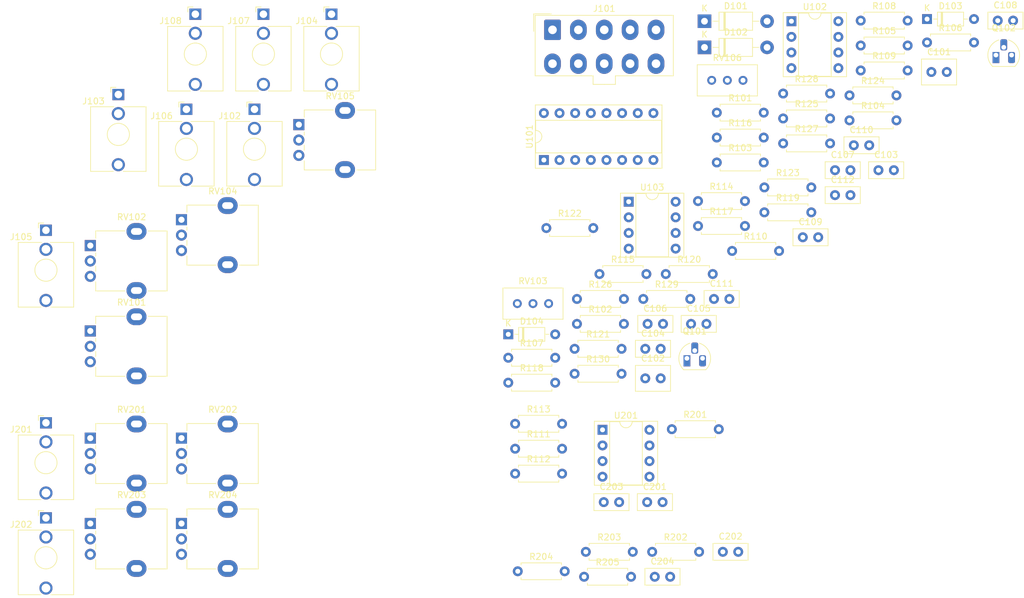
<source format=kicad_pcb>
(kicad_pcb (version 20211014) (generator pcbnew)
  (layers (0 "F.Cu" signal) (31 "B.Cu" signal) (34 "B.Paste" user) (35 "F.Paste" user) (36 "B.SilkS" user "B.Silkscreen") (37 "F.SilkS" user "F.Silkscreen") (38 "B.Mask" user) (39 "F.Mask" user) (44 "Edge.Cuts" user))
  (net 0 "")
  (net 1 "+12V")
  (net 2 "GND")
  (net 3 "-12V")
  (net 4 "Net-(C103-Pad1)")
  (net 5 "Net-(C103-Pad2)")
  (net 6 "Net-(C106-Pad1)")
  (net 7 "Net-(C106-Pad2)")
  (net 8 "Net-(C111-Pad1)")
  (net 9 "Net-(C111-Pad2)")
  (net 10 "Net-(C112-Pad1)")
  (net 11 "Net-(C112-Pad2)")
  (net 12 "Net-(C201-Pad1)")
  (net 13 "/Stereo Controls/PAN_1")
  (net 14 "Net-(C204-Pad1)")
  (net 15 "/Stereo Controls/PAN_2")
  (net 16 "Chassis")
  (net 17 "Net-(J102-PadT)")
  (net 19 "Net-(J103-PadT)")
  (net 21 "Net-(J104-PadT)")
  (net 23 "Net-(J105-PadT)")
  (net 25 "Net-(J106-PadT)")
  (net 27 "Net-(J107-PadT)")
  (net 29 "Net-(J108-PadT)")
  (net 31 "Net-(J201-PadT)")
  (net 33 "Net-(J202-PadT)")
  (net 35 "Net-(Q101-Pad1)")
  (net 36 "Net-(Q101-Pad3)")
  (net 37 "Net-(Q102-Pad1)")
  (net 38 "Net-(Q102-Pad3)")
  (net 39 "Net-(R101-Pad2)")
  (net 40 "Net-(R103-Pad1)")
  (net 41 "Net-(R103-Pad2)")
  (net 42 "/Stereo Controls/CV_COMMON_OFFSET")
  (net 43 "Net-(R104-Pad2)")
  (net 44 "Net-(R105-Pad1)")
  (net 45 "/Stereo Controls/CV_COMMON")
  (net 46 "Net-(R110-Pad2)")
  (net 47 "Net-(R112-Pad1)")
  (net 48 "Net-(R116-Pad2)")
  (net 49 "Net-(R118-Pad1)")
  (net 50 "Net-(R118-Pad2)")
  (net 51 "Net-(R119-Pad2)")
  (net 52 "Net-(R120-Pad1)")
  (net 53 "Net-(R125-Pad2)")
  (net 54 "Net-(R127-Pad1)")
  (net 55 "Net-(R201-Pad1)")
  (net 56 "Net-(R202-Pad1)")
  (net 57 "Net-(RV103-Pad3)")
  (net 58 "Net-(RV106-Pad3)")
  (footprint "0_Capacitor_THT:C_Disc_D5.5mm_W2.5mm_P2.50mm" (layer "F.Cu") (at 155.6 138.25)
    (fp_text reference "C204" (at 1.25 -2.5) (layer "F.SilkS"))
    (fp_text value "1n")
    (pad "1" thru_hole circle (at 0 0) (size 1.6 1.6) (drill 0.8) (layers *.Cu *.Mask) (net 14 "Net-(C204-Pad1)"))
    (pad "2" thru_hole circle (at 2.5 0) (size 1.6 1.6) (drill 0.8) (layers *.Cu *.Mask) (net 15 "/Stereo Controls/PAN_2"))
  )
  (footprint "Connector_Audio:Jack_3.5mm_QingPu_WQP-PJ398SM_Vertical_CircularHoles" (layer "F.Cu") (at 79.575 62.31)
    (fp_text reference "J106" (at -4.03 1.08 180) (layer "F.SilkS"))
    (fp_text value "AudioJack2_SwitchT")
    (pad "S" thru_hole rect (at 0 0 180) (size 1.93 1.83) (drill 1.22) (layers *.Cu *.Mask) (net 16 "Chassis"))
    (pad "T" thru_hole circle (at 0 11.4 180) (size 2.13 2.13) (drill 1.43) (layers *.Cu *.Mask) (net 25 "Net-(J106-PadT)"))
    (pad "TN" thru_hole circle (at 0 3.1 180) (size 2.13 2.13) (drill 1.42) (layers *.Cu *.Mask))
  )
  (footprint "Connector_Audio:Jack_3.5mm_QingPu_WQP-PJ398SM_Vertical_CircularHoles" (layer "F.Cu") (at 81.025 46.86)
    (fp_text reference "J108" (at -4.03 1.08 180) (layer "F.SilkS"))
    (fp_text value "AudioJack2_SwitchT")
    (pad "S" thru_hole rect (at 0 0 180) (size 1.93 1.83) (drill 1.22) (layers *.Cu *.Mask) (net 16 "Chassis"))
    (pad "T" thru_hole circle (at 0 11.4 180) (size 2.13 2.13) (drill 1.43) (layers *.Cu *.Mask) (net 29 "Net-(J108-PadT)"))
    (pad "TN" thru_hole circle (at 0 3.1 180) (size 2.13 2.13) (drill 1.42) (layers *.Cu *.Mask))
  )
  (footprint "0_Potentiometer_THT:Potentiometer_Alpha_RD901F-40-00D_Single_Vertical_MP" (layer "F.Cu") (at 78.775 129.6)
    (fp_text reference "RV204" (at 6.71 -4.64 180) (layer "F.SilkS"))
    (fp_text value "10k")
    (pad "1" thru_hole rect (at 0 0 90) (size 1.8 1.8) (drill 1) (layers *.Cu *.Mask) (net 3 "-12V"))
    (pad "2" thru_hole circle (at 0 2.5 90) (size 1.8 1.8) (drill 1) (layers *.Cu *.Mask) (net 42 "/Stereo Controls/CV_COMMON_OFFSET"))
    (pad "3" thru_hole circle (at 0 5 90) (size 1.8 1.8) (drill 1) (layers *.Cu *.Mask) (net 1 "+12V"))
    (pad "MP" thru_hole oval (at 7.5 7.3 90) (size 2.72 3.24) (drill oval 1.1 1.8) (layers *.Cu *.Mask) (net 16 "Chassis"))
    (pad "MP" thru_hole oval (at 7.5 -2.3 90) (size 2.72 3.24) (drill oval 1.1 1.8) (layers *.Cu *.Mask) (net 16 "Chassis"))
  )
  (footprint "Package_DIP:DIP-8_W7.62mm_Socket" (layer "F.Cu") (at 177.78 48)
    (fp_text reference "U102" (at 3.81 -2.33) (layer "F.SilkS"))
    (fp_text value "TL072")
    (pad "1" thru_hole rect (at 0 0) (size 1.6 1.6) (drill 0.8) (layers *.Cu *.Mask) (net 5 "Net-(C103-Pad2)"))
    (pad "2" thru_hole oval (at 0 2.54) (size 1.6 1.6) (drill 0.8) (layers *.Cu *.Mask) (net 4 "Net-(C103-Pad1)"))
    (pad "3" thru_hole oval (at 0 5.08) (size 1.6 1.6) (drill 0.8) (layers *.Cu *.Mask) (net 2 "GND"))
    (pad "4" thru_hole oval (at 0 7.62) (size 1.6 1.6) (drill 0.8) (layers *.Cu *.Mask) (net 3 "-12V"))
    (pad "5" thru_hole oval (at 7.62 7.62) (size 1.6 1.6) (drill 0.8) (layers *.Cu *.Mask) (net 2 "GND"))
    (pad "6" thru_hole oval (at 7.62 5.08) (size 1.6 1.6) (drill 0.8) (layers *.Cu *.Mask) (net 8 "Net-(C111-Pad1)"))
    (pad "7" thru_hole oval (at 7.62 2.54) (size 1.6 1.6) (drill 0.8) (layers *.Cu *.Mask) (net 9 "Net-(C111-Pad2)"))
    (pad "8" thru_hole oval (at 7.62 0) (size 1.6 1.6) (drill 0.8) (layers *.Cu *.Mask) (net 1 "+12V"))
  )
  (footprint "0_Potentiometer_THT:Potentiometer_Alpha_RD901F-40-00D_Single_Vertical_MP" (layer "F.Cu") (at 63.975 115.73)
    (fp_text reference "RV201" (at 6.71 -4.64 180) (layer "F.SilkS"))
    (fp_text value "10k")
    (pad "1" thru_hole rect (at 0 0 90) (size 1.8 1.8) (drill 1) (layers *.Cu *.Mask) (net 2 "GND"))
    (pad "2" thru_hole circle (at 0 2.5 90) (size 1.8 1.8) (drill 1) (layers *.Cu *.Mask) (net 55 "Net-(R201-Pad1)"))
    (pad "3" thru_hole circle (at 0 5 90) (size 1.8 1.8) (drill 1) (layers *.Cu *.Mask) (net 31 "Net-(J201-PadT)"))
    (pad "MP" thru_hole oval (at 7.5 -2.3 90) (size 2.72 3.24) (drill oval 1.1 1.8) (layers *.Cu *.Mask) (net 16 "Chassis"))
    (pad "MP" thru_hole oval (at 7.5 7.3 90) (size 2.72 3.24) (drill oval 1.1 1.8) (layers *.Cu *.Mask) (net 16 "Chassis"))
  )
  (footprint "Resistor_THT:R_Axial_DIN0207_L6.3mm_D2.5mm_P7.62mm_Horizontal" (layer "F.Cu") (at 173.39 75)
    (fp_text reference "R123" (at 3.81 -2.37) (layer "F.SilkS"))
    (fp_text value "100k")
    (pad "1" thru_hole circle (at 0 0) (size 1.6 1.6) (drill 0.8) (layers *.Cu *.Mask) (net 50 "Net-(R118-Pad2)"))
    (pad "2" thru_hole oval (at 7.62 0) (size 1.6 1.6) (drill 0.8) (layers *.Cu *.Mask) (net 8 "Net-(C111-Pad1)"))
  )
  (footprint "Connector_Audio:Jack_3.5mm_QingPu_WQP-PJ398SM_Vertical_CircularHoles" (layer "F.Cu") (at 56.775 128.69)
    (fp_text reference "J202" (at -4.03 1.08 180) (layer "F.SilkS"))
    (fp_text value "AudioJack2_SwitchT")
    (pad "S" thru_hole rect (at 0 0 180) (size 1.93 1.83) (drill 1.22) (layers *.Cu *.Mask) (net 16 "Chassis"))
    (pad "T" thru_hole circle (at 0 11.4 180) (size 2.13 2.13) (drill 1.43) (layers *.Cu *.Mask) (net 33 "Net-(J202-PadT)"))
    (pad "TN" thru_hole circle (at 0 3.1 180) (size 2.13 2.13) (drill 1.42) (layers *.Cu *.Mask))
  )
  (footprint "Package_TO_SOT_THT:TO-92_HandSolder" (layer "F.Cu") (at 210.98 53.5)
    (fp_text reference "Q102" (at 1.27 -4.4) (layer "F.SilkS"))
    (fp_text value "2N3906")
    (pad "1" thru_hole rect (at 0 0) (size 1.1 1.8) (drill 0.75 (offset 0 0.4)) (layers *.Cu *.Mask) (net 37 "Net-(Q102-Pad1)"))
    (pad "2" thru_hole roundrect (at 1.27 -1.27) (size 1.1 1.8) (drill 0.75 (offset 0 -0.4)) (layers *.Cu *.Mask) (net 9 "Net-(C111-Pad2)"))
    (pad "3" thru_hole roundrect (at 2.54 0) (size 1.1 1.8) (drill 0.75 (offset 0 0.4)) (layers *.Cu *.Mask) (net 38 "Net-(Q102-Pad3)"))
  )
  (footprint "Resistor_THT:R_Axial_DIN0207_L6.3mm_D2.5mm_P7.62mm_Horizontal" (layer "F.Cu") (at 173.39 79.05)
    (fp_text reference "R119" (at 3.81 -2.37) (layer "F.SilkS"))
    (fp_text value "15k")
    (pad "1" thru_hole circle (at 0 0) (size 1.6 1.6) (drill 0.8) (layers *.Cu *.Mask) (net 42 "/Stereo Controls/CV_COMMON_OFFSET"))
    (pad "2" thru_hole oval (at 7.62 0) (size 1.6 1.6) (drill 0.8) (layers *.Cu *.Mask) (net 51 "Net-(R119-Pad2)"))
  )
  (footprint "0_Capacitor_THT:C_Disc_D5.5mm_W2.5mm_P2.50mm" (layer "F.Cu") (at 179.63 83.1)
    (fp_text reference "C109" (at 1.25 -2.5) (layer "F.SilkS"))
    (fp_text value "0.1u")
    (pad "1" thru_hole circle (at 0 0) (size 1.6 1.6) (drill 0.8) (layers *.Cu *.Mask) (net 2 "GND"))
    (pad "2" thru_hole circle (at 2.5 0) (size 1.6 1.6) (drill 0.8) (layers *.Cu *.Mask) (net 1 "+12V"))
  )
  (footprint "Resistor_THT:R_Axial_DIN0207_L6.3mm_D2.5mm_P7.62mm_Horizontal" (layer "F.Cu") (at 144.41 134.2)
    (fp_text reference "R203" (at 3.81 -2.37) (layer "F.SilkS"))
    (fp_text value "56k")
    (pad "1" thru_hole circle (at 0 0) (size 1.6 1.6) (drill 0.8) (layers *.Cu *.Mask) (net 12 "Net-(C201-Pad1)"))
    (pad "2" thru_hole oval (at 7.62 0) (size 1.6 1.6) (drill 0.8) (layers *.Cu *.Mask) (net 13 "/Stereo Controls/PAN_1"))
  )
  (footprint "0_Capacitor_THT:C_Disc_D5.5mm_W2.5mm_P2.50mm" (layer "F.Cu") (at 165.21 93.12)
    (fp_text reference "C111" (at 1.25 -2.5) (layer "F.SilkS"))
    (fp_text value "1n")
    (pad "1" thru_hole circle (at 0 0) (size 1.6 1.6) (drill 0.8) (layers *.Cu *.Mask) (net 8 "Net-(C111-Pad1)"))
    (pad "2" thru_hole circle (at 2.5 0) (size 1.6 1.6) (drill 0.8) (layers *.Cu *.Mask) (net 9 "Net-(C111-Pad2)"))
  )
  (footprint "Resistor_THT:R_Axial_DIN0207_L6.3mm_D2.5mm_P7.62mm_Horizontal" (layer "F.Cu") (at 176.44 67.85)
    (fp_text reference "R127" (at 3.81 -2.37) (layer "F.SilkS"))
    (fp_text value "15k")
    (pad "1" thru_hole circle (at 0 0) (size 1.6 1.6) (drill 0.8) (layers *.Cu *.Mask) (net 54 "Net-(R127-Pad1)"))
    (pad "2" thru_hole oval (at 7.62 0) (size 1.6 1.6) (drill 0.8) (layers *.Cu *.Mask) (net 38 "Net-(Q102-Pad3)"))
  )
  (footprint "Connector_Audio:Jack_3.5mm_QingPu_WQP-PJ398SM_Vertical_CircularHoles" (layer "F.Cu") (at 92.075 46.86)
    (fp_text reference "J107" (at -4.03 1.08 180) (layer "F.SilkS"))
    (fp_text value "AudioJack2_SwitchT")
    (pad "S" thru_hole rect (at 0 0 180) (size 1.93 1.83) (drill 1.22) (layers *.Cu *.Mask) (net 16 "Chassis"))
    (pad "T" thru_hole circle (at 0 11.4 180) (size 2.13 2.13) (drill 1.43) (layers *.Cu *.Mask) (net 27 "Net-(J107-PadT)"))
    (pad "TN" thru_hole circle (at 0 3.1 180) (size 2.13 2.13) (drill 1.42) (layers *.Cu *.Mask))
  )
  (footprint "Connector_Audio:Jack_3.5mm_QingPu_WQP-PJ398SM_Vertical_CircularHoles" (layer "F.Cu") (at 56.775 113.24)
    (fp_text reference "J201" (at -4.03 1.08 180) (layer "F.SilkS"))
    (fp_text value "AudioJack2_SwitchT")
    (pad "S" thru_hole rect (at 0 0 180) (size 1.93 1.83) (drill 1.22) (layers *.Cu *.Mask) (net 16 "Chassis"))
    (pad "T" thru_hole circle (at 0 11.4 180) (size 2.13 2.13) (drill 1.43) (layers *.Cu *.Mask) (net 31 "Net-(J201-PadT)"))
    (pad "TN" thru_hole circle (at 0 3.1 180) (size 2.13 2.13) (drill 1.42) (layers *.Cu *.Mask))
  )
  (footprint "0_Potentiometer_THT:Potentiometer_Alpha_RD901F-40-00D_Single_Vertical_MP" (layer "F.Cu") (at 63.975 98.32)
    (fp_text reference "RV101" (at 6.71 -4.64 180) (layer "F.SilkS"))
    (fp_text value "10k")
    (pad "1" thru_hole rect (at 0 0 90) (size 1.8 1.8) (drill 1) (layers *.Cu *.Mask) (net 2 "GND"))
    (pad "2" thru_hole circle (at 0 2.5 90) (size 1.8 1.8) (drill 1) (layers *.Cu *.Mask) (net 44 "Net-(R105-Pad1)"))
    (pad "3" thru_hole circle (at 0 5 90) (size 1.8 1.8) (drill 1) (layers *.Cu *.Mask) (net 17 "Net-(J102-PadT)"))
    (pad "MP" thru_hole oval (at 7.5 -2.3 90) (size 2.72 3.24) (drill oval 1.1 1.8) (layers *.Cu *.Mask) (net 16 "Chassis"))
    (pad "MP" thru_hole oval (at 7.5 7.3 90) (size 2.72 3.24) (drill oval 1.1 1.8) (layers *.Cu *.Mask) (net 16 "Chassis"))
  )
  (footprint "Connector_Molex:Molex_Mini-Fit_Jr_5566-10A_2x05_P4.20mm_Vertical" (layer "F.Cu") (at 139 49.4)
    (fp_text reference "J101" (at 8.4 -3.45) (layer "F.SilkS"))
    (fp_text value "Conn_02x05_Odd_Even")
    (pad "1" thru_hole roundrect (at 0 0) (size 2.7 3.3) (drill 1.4) (layers *.Cu *.Mask) (roundrect_rratio 0.092593) (net 1 "+12V"))
    (pad "2" thru_hole oval (at 4.2 0) (size 2.7 3.3) (drill 1.4) (layers *.Cu *.Mask) (net 1 "+12V"))
    (pad "3" thru_hole oval (at 8.4 0) (size 2.7 3.3) (drill 1.4) (layers *.Cu *.Mask) (net 2 "GND"))
    (pad "4" thru_hole oval (at 12.6 0) (size 2.7 3.3) (drill 1.4) (layers *.Cu *.Mask) (net 2 "GND"))
    (pad "5" thru_hole oval (at 16.8 0) (size 2.7 3.3) (drill 1.4) (layers *.Cu *.Mask) (net 16 "Chassis"))
    (pad "6" thru_hole oval (at 0 5.5) (size 2.7 3.3) (drill 1.4) (layers *.Cu *.Mask) (net 16 "Chassis"))
    (pad "7" thru_hole oval (at 4.2 5.5) (size 2.7 3.3) (drill 1.4) (layers *.Cu *.Mask) (net 2 "GND"))
    (pad "8" thru_hole oval (at 8.4 5.5) (size 2.7 3.3) (drill 1.4) (layers *.Cu *.Mask) (net 2 "GND"))
    (pad "9" thru_hole oval (at 12.6 5.5) (size 2.7 3.3) (drill 1.4) (layers *.Cu *.Mask) (net 3 "-12V"))
    (pad "10" thru_hole oval (at 16.8 5.5) (size 2.7 3.3) (drill 1.4) (layers *.Cu *.Mask) (net 3 "-12V"))
  )
  (footprint "Connector_Audio:Jack_3.5mm_QingPu_WQP-PJ398SM_Vertical_CircularHoles" (layer "F.Cu") (at 90.625 62.31)
    (fp_text reference "J102" (at -4.03 1.08 180) (layer "F.SilkS"))
    (fp_text value "AudioJack2_SwitchT")
    (pad "S" thru_hole rect (at 0 0 180) (size 1.93 1.83) (drill 1.22) (layers *.Cu *.Mask) (net 16 "Chassis"))
    (pad "T" thru_hole circle (at 0 11.4 180) (size 2.13 2.13) (drill 1.43) (layers *.Cu *.Mask) (net 17 "Net-(J102-PadT)"))
    (pad "TN" thru_hole circle (at 0 3.1 180) (size 2.13 2.13) (drill 1.42) (layers *.Cu *.Mask))
  )
  (footprint "Resistor_THT:R_Axial_DIN0207_L6.3mm_D2.5mm_P7.62mm_Horizontal" (layer "F.Cu") (at 142.97 93.12)
    (fp_text reference "R126" (at 3.81 -2.37) (layer "F.SilkS"))
    (fp_text value "7.5k")
    (pad "1" thru_hole circle (at 0 0) (size 1.6 1.6) (drill 0.8) (layers *.Cu *.Mask) (net 8 "Net-(C111-Pad1)"))
    (pad "2" thru_hole oval (at 7.62 0) (size 1.6 1.6) (drill 0.8) (layers *.Cu *.Mask) (net 37 "Net-(Q102-Pad1)"))
  )
  (footprint "Resistor_THT:R_Axial_DIN0207_L6.3mm_D2.5mm_P7.62mm_Horizontal" (layer "F.Cu") (at 199.8 51.45)
    (fp_text reference "R106" (at 3.81 -2.37) (layer "F.SilkS"))
    (fp_text value "100k")
    (pad "1" thru_hole circle (at 0 0) (size 1.6 1.6) (drill 0.8) (layers *.Cu *.Mask) (net 13 "/Stereo Controls/PAN_1"))
    (pad "2" thru_hole oval (at 7.62 0) (size 1.6 1.6) (drill 0.8) (layers *.Cu *.Mask) (net 4 "Net-(C103-Pad1)"))
  )
  (footprint "Resistor_THT:R_Axial_DIN0207_L6.3mm_D2.5mm_P7.62mm_Horizontal" (layer "F.Cu") (at 132.94 113.4)
    (fp_text reference "R113" (at 3.81 -2.37) (layer "F.SilkS"))
    (fp_text value "1k")
    (pad "1" thru_hole circle (at 0 0) (size 1.6 1.6) (drill 0.8) (layers *.Cu *.Mask) (net 35 "Net-(Q101-Pad1)"))
    (pad "2" thru_hole oval (at 7.62 0) (size 1.6 1.6) (drill 0.8) (layers *.Cu *.Mask) (net 2 "GND"))
  )
  (footprint "Resistor_THT:R_Axial_DIN0207_L6.3mm_D2.5mm_P7.62mm_Horizontal" (layer "F.Cu") (at 142.59 101.22)
    (fp_text reference "R121" (at 3.81 -2.37) (layer "F.SilkS"))
    (fp_text value "100k")
    (pad "1" thru_hole circle (at 0 0) (size 1.6 1.6) (drill 0.8) (layers *.Cu *.Mask) (net 15 "/Stereo Controls/PAN_2"))
    (pad "2" thru_hole oval (at 7.62 0) (size 1.6 1.6) (drill 0.8) (layers *.Cu *.Mask) (net 8 "Net-(C111-Pad1)"))
  )
  (footprint "0_Capacitor_THT:C_Disc_D5.5mm_W2.5mm_P2.50mm" (layer "F.Cu") (at 184.86 72.2)
    (fp_text reference "C107" (at 1.25 -2.5) (layer "F.SilkS"))
    (fp_text value "0.1u")
    (pad "1" thru_hole circle (at 0 0) (size 1.6 1.6) (drill 0.8) (layers *.Cu *.Mask) (net 2 "GND"))
    (pad "2" thru_hole circle (at 2.5 0) (size 1.6 1.6) (drill 0.8) (layers *.Cu *.Mask) (net 1 "+12V"))
  )
  (footprint "Resistor_THT:R_Axial_DIN0207_L6.3mm_D2.5mm_P7.62mm_Horizontal" (layer "F.Cu") (at 187.21 64.1)
    (fp_text reference "R104" (at 3.81 -2.37) (layer "F.SilkS"))
    (fp_text value "15k")
    (pad "1" thru_hole circle (at 0 0) (size 1.6 1.6) (drill 0.8) (layers *.Cu *.Mask) (net 42 "/Stereo Controls/CV_COMMON_OFFSET"))
    (pad "2" thru_hole oval (at 7.62 0) (size 1.6 1.6) (drill 0.8) (layers *.Cu *.Mask) (net 43 "Net-(R104-Pad2)"))
  )
  (footprint "Resistor_THT:R_Axial_DIN0207_L6.3mm_D2.5mm_P7.62mm_Horizontal" (layer "F.Cu") (at 158.37 114.28)
    (fp_text reference "R201" (at 3.81 -2.37) (layer "F.SilkS"))
    (fp_text value "47k")
    (pad "1" thru_hole circle (at 0 0) (size 1.6 1.6) (drill 0.8) (layers *.Cu *.Mask) (net 55 "Net-(R201-Pad1)"))
    (pad "2" thru_hole oval (at 7.62 0) (size 1.6 1.6) (drill 0.8) (layers *.Cu *.Mask) (net 12 "Net-(C201-Pad1)"))
  )
  (footprint "0_Capacitor_THT:C_Disc_D5.5mm_W2.5mm_P2.50mm" (layer "F.Cu") (at 184.86 76.25)
    (fp_text reference "C112" (at 1.25 -2.5) (layer "F.SilkS"))
    (fp_text value "10p")
    (pad "1" thru_hole circle (at 0 0) (size 1.6 1.6) (drill 0.8) (layers *.Cu *.Mask) (net 10 "Net-(C112-Pad1)"))
    (pad "2" thru_hole circle (at 2.5 0) (size 1.6 1.6) (drill 0.8) (layers *.Cu *.Mask) (net 11 "Net-(C112-Pad2)"))
  )
  (footprint "Diode_THT:D_DO-35_SOD27_P7.62mm_Horizontal" (layer "F.Cu") (at 131.82 98.87)
    (fp_text reference "D104" (at 3.81 -2.12) (layer "F.SilkS"))
    (fp_text value "1N4148")
    (fp_text user "K" (at 0 -1.8) (layer "F.SilkS"))
    (pad "1" thru_hole rect (at 0 0) (size 1.6 1.6) (drill 0.8) (layers *.Cu *.Mask) (net 8 "Net-(C111-Pad1)"))
    (pad "2" thru_hole oval (at 7.62 0) (size 1.6 1.6) (drill 0.8) (layers *.Cu *.Mask) (net 9 "Net-(C111-Pad2)"))
  )
  (footprint "0_Capacitor_THT:C_Disc_D5.5mm_W2.5mm_P2.50mm" (layer "F.Cu") (at 191.91 72.2)
    (fp_text reference "C103" (at 1.25 -2.5) (layer "F.SilkS"))
    (fp_text value "1n")
    (pad "1" thru_hole circle (at 0 0) (size 1.6 1.6) (drill 0.8) (layers *.Cu *.Mask) (net 4 "Net-(C103-Pad1)"))
    (pad "2" thru_hole circle (at 2.5 0) (size 1.6 1.6) (drill 0.8) (layers *.Cu *.Mask) (net 5 "Net-(C103-Pad2)"))
  )
  (footprint "0_Capacitor_THT:C_Disc_D5.5mm_W2.5mm_P2.50mm" (layer "F.Cu") (at 161.49 97.17)
    (fp_text reference "C105" (at 1.25 -2.5) (layer "F.SilkS"))
    (fp_text value "0.1u")
    (pad "1" thru_hole circle (at 0 0) (size 1.6 1.6) (drill 0.8) (layers *.Cu *.Mask) (net 3 "-12V"))
    (pad "2" thru_hole circle (at 2.5 0) (size 1.6 1.6) (drill 0.8) (layers *.Cu *.Mask) (net 2 "GND"))
  )
  (footprint "Resistor_THT:R_Axial_DIN0207_L6.3mm_D2.5mm_P7.62mm_Horizontal" (layer "F.Cu") (at 176.44 59.75)
    (fp_text reference "R128" (at 3.81 -2.37) (layer "F.SilkS"))
    (fp_text value "1k")
    (pad "1" thru_hole circle (at 0 0) (size 1.6 1.6) (drill 0.8) (layers *.Cu *.Mask) (net 37 "Net-(Q102-Pad1)"))
    (pad "2" thru_hole oval (at 7.62 0) (size 1.6 1.6) (drill 0.8) (layers *.Cu *.Mask) (net 2 "GND"))
  )
  (footprint "Resistor_THT:R_Axial_DIN0207_L6.3mm_D2.5mm_P7.62mm_Horizontal" (layer "F.Cu") (at 187.21 60.05)
    (fp_text reference "R124" (at 3.81 -2.37) (layer "F.SilkS"))
    (fp_text value "100k")
    (pad "1" thru_hole circle (at 0 0) (size 1.6 1.6) (drill 0.8) (layers *.Cu *.Mask) (net 51 "Net-(R119-Pad2)"))
    (pad "2" thru_hole oval (at 7.62 0) (size 1.6 1.6) (drill 0.8) (layers *.Cu *.Mask) (net 8 "Net-(C111-Pad1)"))
  )
  (footprint "Potentiometer_THT:Potentiometer_Bourns_3296W_Vertical" (layer "F.Cu") (at 138.37 93.87)
    (fp_text reference "RV103" (at -2.54 -3.66) (layer "F.SilkS"))
    (fp_text value "1k")
    (pad "1" thru_hole circle (at 0 0) (size 1.44 1.44) (drill 0.8) (layers *.Cu *.Mask) (net 39 "Net-(R101-Pad2)"))
    (pad "2" thru_hole circle (at -2.54 0) (size 1.44 1.44) (drill 0.8) (layers *.Cu *.Mask) (net 2 "GND"))
    (pad "3" thru_hole circle (at -5.08 0) (size 1.44 1.44) (drill 0.8) (layers *.Cu *.Mask) (net 57 "Net-(RV103-Pad3)"))
  )
  (footprint "0_Potentiometer_THT:Potentiometer_Alpha_RD901F-40-00D_Single_Vertical_MP" (layer "F.Cu") (at 63.975 84.45)
    (fp_text reference "RV102" (at 6.71 -4.64 180) (layer "F.SilkS"))
    (fp_text value "10k")
    (pad "1" thru_hole rect (at 0 0 90) (size 1.8 1.8) (drill 1) (layers *.Cu *.Mask) (net 3 "-12V"))
    (pad "2" thru_hole circle (at 0 2.5 90) (size 1.8 1.8) (drill 1) (layers *.Cu *.Mask) (net 40 "Net-(R103-Pad1)"))
    (pad "3" thru_hole circle (at 0 5 90) (size 1.8 1.8) (drill 1) (layers *.Cu *.Mask) (net 1 "+12V"))
    (pad "MP" thru_hole oval (at 7.5 7.3 90) (size 2.72 3.24) (drill oval 1.1 1.8) (layers *.Cu *.Mask) (net 16 "Chassis"))
    (pad "MP" thru_hole oval (at 7.5 -2.3 90) (size 2.72 3.24) (drill oval 1.1 1.8) (layers *.Cu *.Mask) (net 16 "Chassis"))
  )
  (footprint "0_Capacitor_THT:C_Disc_D5.5mm_W4.0mm_P2.50mm" (layer "F.Cu") (at 154.06 106.02)
    (fp_text reference "C102" (at 1.25 -3.25) (layer "F.SilkS"))
    (fp_text value "10u")
    (pad "1" thru_hole circle (at 0 0) (size 1.6 1.6) (drill 0.8) (layers *.Cu *.Mask) (net 2 "GND"))
    (pad "2" thru_hole circle (at 2.5 0) (size 1.6 1.6) (drill 0.8) (layers *.Cu *.Mask) (net 3 "-12V"))
  )
  (footprint "Diode_THT:D_DO-41_SOD81_P10.16mm_Horizontal" (layer "F.Cu") (at 163.67 52.25)
    (fp_text reference "D102" (at 5.08 -2.47) (layer "F.SilkS"))
    (fp_text value "1N5819")
    (fp_text user "K" (at 0 -2.1) (layer "F.SilkS"))
    (pad "1" thru_hole rect (at 0 0) (size 2.2 2.2) (drill 1.1) (layers *.Cu *.Mask) (net 2 "GND"))
    (pad "2" thru_hole oval (at 10.16 0) (size 2.2 2.2) (drill 1.1) (layers *.Cu *.Mask) (net 3 "-12V"))
  )
  (footprint "0_Capacitor_THT:C_Disc_D5.5mm_W2.5mm_P2.50mm" (layer "F.Cu") (at 211.27 47.9)
    (fp_text reference "C108" (at 1.25 -2.5) (layer "F.SilkS"))
    (fp_text value "0.1u")
    (pad "1" thru_hole circle (at 0 0) (size 1.6 1.6) (drill 0.8) (layers *.Cu *.Mask) (net 3 "-12V"))
    (pad "2" thru_hole circle (at 2.5 0) (size 1.6 1.6) (drill 0.8) (layers *.Cu *.Mask) (net 2 "GND"))
  )
  (footprint "Resistor_THT:R_Axial_DIN0207_L6.3mm_D2.5mm_P7.62mm_Horizontal" (layer "F.Cu") (at 189.03 56)
    (fp_text reference "R109" (at 3.81 -2.37) (layer "F.SilkS"))
    (fp_text value "100k")
    (pad "1" thru_hole circle (at 0 0) (size 1.6 1.6) (drill 0.8) (layers *.Cu *.Mask) (net 43 "Net-(R104-Pad2)"))
    (pad "2" thru_hole oval (at 7.62 0) (size 1.6 1.6) (drill 0.8) (layers *.Cu *.Mask) (net 4 "Net-(C103-Pad1)"))
  )
  (footprint "Resistor_THT:R_Axial_DIN0207_L6.3mm_D2.5mm_P7.62mm_Horizontal" (layer "F.Cu") (at 142.97 97.17)
    (fp_text reference "R102" (at 3.81 -2.37) (layer "F.SilkS"))
    (fp_text value "47k")
    (pad "1" thru_hole circle (at 0 0) (size 1.6 1.6) (drill 0.8) (layers *.Cu *.Mask) (net 21 "Net-(J104-PadT)"))
    (pad "2" thru_hole oval (at 7.62 0) (size 1.6 1.6) (drill 0.8) (layers *.Cu *.Mask) (net 39 "Net-(R101-Pad2)"))
  )
  (footprint "Resistor_THT:R_Axial_DIN0207_L6.3mm_D2.5mm_P7.62mm_Horizontal" (layer "F.Cu") (at 162.62 81.27)
    (fp_text reference "R117" (at 3.81 -2.37) (layer "F.SilkS"))
    (fp_text value "47k")
    (pad "1" thru_hole circle (at 0 0) (size 1.6 1.6) (drill 0.8) (layers *.Cu *.Mask) (net 21 "Net-(J104-PadT)"))
    (pad "2" thru_hole oval (at 7.62 0) (size 1.6 1.6) (drill 0.8) (layers *.Cu *.Mask) (net 48 "Net-(R116-Pad2)"))
  )
  (footprint "Resistor_THT:R_Axial_DIN0207_L6.3mm_D2.5mm_P7.62mm_Horizontal" (layer "F.Cu") (at 131.82 106.72)
    (fp_text reference "R118" (at 3.81 -2.37) (layer "F.SilkS"))
    (fp_text value "15k")
    (pad "1" thru_hole circle (at 0 0) (size 1.6 1.6) (drill 0.8) (layers *.Cu *.Mask) (net 49 "Net-(R118-Pad1)"))
    (pad "2" thru_hole oval (at 7.62 0) (size 1.6 1.6) (drill 0.8) (layers *.Cu *.Mask) (net 50 "Net-(R118-Pad2)"))
  )
  (footprint "Package_DIP:DIP-8_W7.62mm_Socket" (layer "F.Cu") (at 151.37 77.32)
    (fp_text reference "U103" (at 3.81 -2.33) (layer "F.SilkS"))
    (fp_text value "TL072")
    (pad "1" thru_hole rect (at 0 0) (size 1.6 1.6) (drill 0.8) (layers *.Cu *.Mask) (net 7 "Net-(C106-Pad2)"))
    (pad "2" thru_hole oval (at 0 2.54) (size 1.6 1.6) (drill 0.8) (layers *.Cu *.Mask) (net 6 "Net-(C106-Pad1)"))
    (pad "3" thru_hole oval (at 0 5.08) (size 1.6 1.6) (drill 0.8) (layers *.Cu *.Mask) (net 2 "GND"))
    (pad "4" thru_hole oval (at 0 7.62) (size 1.6 1.6) (drill 0.8) (layers *.Cu *.Mask) (net 3 "-12V"))
    (pad "5" thru_hole oval (at 7.62 7.62) (size 1.6 1.6) (drill 0.8) (layers *.Cu *.Mask) (net 2 "GND"))
    (pad "6" thru_hole oval (at 7.62 5.08) (size 1.6 1.6) (drill 0.8) (layers *.Cu *.Mask) (net 10 "Net-(C112-Pad1)"))
    (pad "7" thru_hole oval (at 7.62 2.54) (size 1.6 1.6) (drill 0.8) (layers *.Cu *.Mask) (net 11 "Net-(C112-Pad2)"))
    (pad "8" thru_hole oval (at 7.62 0) (size 1.6 1.6) (drill 0.8) (layers *.Cu *.Mask) (net 1 "+12V"))
  )
  (footprint "0_Potentiometer_THT:Potentiometer_Alpha_RD901F-40-00D_Single_Vertical_MP" (layer "F.Cu") (at 63.975 129.6)
    (fp_text reference "RV203" (at 6.71 -4.64 180) (layer "F.SilkS"))
    (fp_text value "10k")
    (pad "1" thru_hole rect (at 0 0 90) (size 1.8 1.8) (drill 1) (layers *.Cu *.Mask) (net 2 "GND"))
    (pad "2" thru_hole circle (at 0 2.5 90) (size 1.8 1.8) (drill 1) (layers *.Cu *.Mask) (net 45 "/Stereo Controls/CV_COMMON"))
    (pad "3" thru_hole circle (at 0 5 90) (size 1.8 1.8) (drill 1) (layers *.Cu *.Mask) (net 33 "Net-(J202-PadT)"))
    (pad "MP" thru_hole oval (at 7.5 -2.3 90) (size 2.72 3.24) (drill oval 1.1 1.8) (layers *.Cu *.Mask) (net 16 "Chassis"))
    (pad "MP" thru_hole oval (at 7.5 7.3 90) (size 2.72 3.24) (drill oval 1.1 1.8) (layers *.Cu *.Mask) (net 16 "Chassis"))
  )
  (footprint "0_Capacitor_THT:C_Disc_D5.5mm_W2.5mm_P2.50mm" (layer "F.Cu") (at 154.06 101.22)
    (fp_text reference "C104" (at 1.25 -2.5) (layer "F.SilkS"))
    (fp_text value "0.1u")
    (pad "1" thru_hole circle (at 0 0) (size 1.6 1.6) (drill 0.8) (layers *.Cu *.Mask) (net 2 "GND"))
    (pad "2" thru_hole circle (at 2.5 0) (size 1.6 1.6) (drill 0.8) (layers *.Cu *.Mask) (net 1 "+12V"))
  )
  (footprint "Resistor_THT:R_Axial_DIN0207_L6.3mm_D2.5mm_P7.62mm_Horizontal" (layer "F.Cu") (at 189.03 47.9)
    (fp_text reference "R108" (at 3.81 -2.37) (layer "F.SilkS"))
    (fp_text value "100k")
    (pad "1" thru_hole circle (at 0 0) (size 1.6 1.6) (drill 0.8) (layers *.Cu *.Mask) (net 41 "Net-(R103-Pad2)"))
    (pad "2" thru_hole oval (at 7.62 0) (size 1.6 1.6) (drill 0.8) (layers *.Cu *.Mask) (net 4 "Net-(C103-Pad1)"))
  )
  (footprint "Resistor_THT:R_Axial_DIN0207_L6.3mm_D2.5mm_P7.62mm_Horizontal" (layer "F.Cu") (at 146.62 89.07)
    (fp_text reference "R115" (at 3.81 -2.37) (layer "F.SilkS"))
    (fp_text value "1k")
    (pad "1" thru_hole circle (at 0 0) (size 1.6 1.6) (drill 0.8) (layers *.Cu *.Mask) (net 7 "Net-(C106-Pad2)"))
    (pad "2" thru_hole oval (at 7.62 0) (size 1.6 1.6) (drill 0.8) (layers *.Cu *.Mask) (net 23 "Net-(J105-PadT)"))
  )
  (footprint "Resistor_THT:R_Axial_DIN0207_L6.3mm_D2.5mm_P7.62mm_Horizontal" (layer "F.Cu") (at 176.44 63.8)
    (fp_text reference "R125" (at 3.81 -2.37) (layer "F.SilkS"))
    (fp_text value "8.2k")
    (pad "1" thru_hole circle (at 0 0) (size 1.6 1.6) (drill 0.8) (layers *.Cu *.Mask) (net 1 "+12V"))
    (pad "2" thru_hole oval (at 7.62 0) (size 1.6 1.6) (drill 0.8) (layers *.Cu *.Mask) (net 53 "Net-(R125-Pad2)"))
  )
  (footprint "Resistor_THT:R_Axial_DIN0207_L6.3mm_D2.5mm_P7.62mm_Horizontal" (layer "F.Cu") (at 189.03 51.95)
    (fp_text reference "R105" (at 3.81 -2.37) (layer "F.SilkS"))
    (fp_text value "100k")
    (pad "1" thru_hole circle (at 0 0) (size 1.6 1.6) (drill 0.8) (layers *.Cu *.Mask) (net 44 "Net-(R105-Pad1)"))
    (pad "2" thru_hole oval (at 7.62 0) (size 1.6 1.6) (drill 0.8) (layers *.Cu *.Mask) (net 4 "Net-(C103-Pad1)"))
  )
  (footprint "Resistor_THT:R_Axial_DIN0207_L6.3mm_D2.5mm_P7.62mm_Horizontal" (layer "F.Cu") (at 153.74 93.12)
    (fp_text reference "R129" (at 3.81 -2.37) (layer "F.SilkS"))
    (fp_text value "150k")
    (pad "1" thru_hole circle (at 0 0) (size 1.6 1.6) (drill 0.8) (layers *.Cu *.Mask) (net 10 "Net-(C112-Pad1)"))
    (pad "2" thru_hole oval (at 7.62 0) (size 1.6 1.6) (drill 0.8) (layers *.Cu *.Mask) (net 29 "Net-(J108-PadT)"))
  )
  (footprint "Resistor_THT:R_Axial_DIN0207_L6.3mm_D2.5mm_P7.62mm_Horizontal" (layer "F.Cu") (at 165.67 70.95)
    (fp_text reference "R103" (at 3.81 -2.37) (layer "F.SilkS"))
    (fp_text value "15k")
    (pad "1" thru_hole circle (at 0 0) (size 1.6 1.6) (drill 0.8) (layers *.Cu *.Mask) (net 40 "Net-(R103-Pad1)"))
    (pad "2" thru_hole oval (at 7.62 0) (size 1.6 1.6) (drill 0.8) (layers *.Cu *.Mask) (net 41 "Net-(R103-Pad2)"))
  )
  (footprint "Connector_Audio:Jack_3.5mm_QingPu_WQP-PJ398SM_Vertical_CircularHoles" (layer "F.Cu") (at 56.775 81.96)
    (fp_text reference "J105" (at -4.03 1.08 180) (layer "F.SilkS"))
    (fp_text value "AudioJack2_SwitchT")
    (pad "S" thru_hole rect (at 0 0 180) (size 1.93 1.83) (drill 1.22) (layers *.Cu *.Mask) (net 16 "Chassis"))
    (pad "T" thru_hole circle (at 0 11.4 180) (size 2.13 2.13) (drill 1.43) (layers *.Cu *.Mask) (net 23 "Net-(J105-PadT)"))
    (pad "TN" thru_hole circle (at 0 3.1 180) (size 2.13 2.13) (drill 1.42) (layers *.Cu *.Mask))
  )
  (footprint "0_Potentiometer_THT:Potentiometer_Alpha_RD901F-40-00D_Single_Vertical_MP" (layer "F.Cu") (at 78.775 80.25)
    (fp_text reference "RV104" (at 6.71 -4.64 180) (layer "F.SilkS"))
    (fp_text value "10k")
    (pad "1" thru_hole rect (at 0 0 90) (size 1.8 1.8) (drill 1) (layers *.Cu *.Mask) (net 2 "GND"))
    (pad "2" thru_hole circle (at 0 2.5 90) (size 1.8 1.8) (drill 1) (layers *.Cu *.Mask) (net 52 "Net-(R120-Pad1)"))
    (pad "3" thru_hole circle (at 0 5 90) (size 1.8 1.8) (drill 1) (layers *.Cu *.Mask) (net 25 "Net-(J106-PadT)"))
    (pad "MP" thru_hole oval (at 7.5 -2.3 90) (size 2.72 3.24) (drill oval 1.1 1.8) (layers *.Cu *.Mask) (net 16 "Chassis"))
    (pad "MP" thru_hole oval (at 7.5 7.3 90) (size 2.72 3.24) (drill oval 1.1 1.8) (layers *.Cu *.Mask) (net 16 "Chassis"))
  )
  (footprint "Resistor_THT:R_Axial_DIN0207_L6.3mm_D2.5mm_P7.62mm_Horizontal" (layer "F.Cu") (at 155.18 134.2)
    (fp_text reference "R202" (at 3.81 -2.37) (layer "F.SilkS"))
    (fp_text value "56k")
    (pad "1" thru_hole circle (at 0 0) (size 1.6 1.6) (drill 0.8) (layers *.Cu *.Mask) (net 56 "Net-(R202-Pad1)"))
    (pad "2" thru_hole oval (at 7.62 0) (size 1.6 1.6) (drill 0.8) (layers *.Cu *.Mask) (net 12 "Net-(C201-Pad1)"))
  )
  (footprint "0_Potentiometer_THT:Potentiometer_Alpha_RD901F-40-00D_Single_Vertical_MP" (layer "F.Cu") (at 78.775 115.73)
    (fp_text reference "RV202" (at 6.71 -4.64 180) (layer "F.SilkS"))
    (fp_text value "10k")
    (pad "1" thru_hole rect (at 0 0 90) (size 1.8 1.8) (drill 1) (layers *.Cu *.Mask) (net 3 "-12V"))
    (pad "2" thru_hole circle (at 0 2.5 90) (size 1.8 1.8) (drill 1) (layers *.Cu *.Mask) (net 56 "Net-(R202-Pad1)"))
    (pad "3" thru_hole circle (at 0 5 90) (size 1.8 1.8) (drill 1) (layers *.Cu *.Mask) (net 1 "+12V"))
    (pad "MP" thru_hole oval (at 7.5 7.3 90) (size 2.72 3.24) (drill oval 1.1 1.8) (layers *.Cu *.Mask) (net 16 "Chassis"))
    (pad "MP" thru_hole oval (at 7.5 -2.3 90) (size 2.72 3.24) (drill oval 1.1 1.8) (layers *.Cu *.Mask) (net 16 "Chassis"))
  )
  (footprint "0_Capacitor_THT:C_Disc_D5.5mm_W2.5mm_P2.50mm" (layer "F.Cu") (at 147.32 126.13)
    (fp_text reference "C203" (at 1.25 -2.5) (layer "F.SilkS"))
    (fp_text value "0.1u")
    (pad "1" thru_hole circle (at 0 0) (size 1.6 1.6) (drill 0.8) (layers *.Cu *.Mask) (net 3 "-12V"))
    (pad "2" thru_hole circle (at 2.5 0) (size 1.6 1.6) (drill 0.8) (layers *.Cu *.Mask) (net 2 "GND"))
  )
  (footprint "0_Capacitor_THT:C_Disc_D5.5mm_W2.5mm_P2.50mm" (layer "F.Cu") (at 166.65 134.2)
    (fp_text reference "C202" (at 1.25 -2.5) (layer "F.SilkS"))
    (fp_text value "0.1u")
    (pad "1" thru_hole circle (at 0 0) (size 1.6 1.6) (drill 0.8) (layers *.Cu *.Mask) (net 2 "GND"))
    (pad "2" thru_hole circle (at 2.5 0) (size 1.6 1.6) (drill 0.8) (layers *.Cu *.Mask) (net 1 "+12V"))
  )
  (footprint "Resistor_THT:R_Axial_DIN0207_L6.3mm_D2.5mm_P7.62mm_Horizontal" (layer "F.Cu") (at 157.39 89.07)
    (fp_text reference "R120" (at 3.81 -2.37) (layer "F.SilkS"))
    (fp_text value "100k")
    (pad "1" thru_hole circle (at 0 0) (size 1.6 1.6) (drill 0.8) (layers *.Cu *.Mask) (net 52 "Net-(R120-Pad1)"))
    (pad "2" thru_hole oval (at 7.62 0) (size 1.6 1.6) (drill 0.8) (layers *.Cu *.Mask) (net 8 "Net-(C111-Pad1)"))
  )
  (footprint "Package_DIP:DIP-8_W7.62mm_Socket" (layer "F.Cu") (at 147.12 114.38)
    (fp_text reference "U201" (at 3.81 -2.33) (layer "F.SilkS"))
    (fp_text value "TL072")
    (pad "1" thru_hole rect (at 0 0) (size 1.6 1.6) (drill 0.8) (layers *.Cu *.Mask) (net 13 "/Stereo Controls/PAN_1"))
    (pad "2" thru_hole oval (at 0 2.54) (size 1.6 1.6) (drill 0.8) (layers *.Cu *.Mask) (net 12 "Net-(C201-Pad1)"))
    (pad "3" thru_hole oval (at 0 5.08) (size 1.6 1.6) (drill 0.8) (layers *.Cu *.Mask) (net 2 "GND"))
    (pad "4" thru_hole oval (at 0 7.62) (size 1.6 1.6) (drill 0.8) (layers *.Cu *.Mask) (net 3 "-12V"))
    (pad "5" thru_hole oval (at 7.62 7.62) (size 1.6 1.6) (drill 0.8) (layers *.Cu *.Mask) (net 2 "GND"))
    (pad "6" thru_hole oval (at 7.62 5.08) (size 1.6 1.6) (drill 0.8) (layers *.Cu *.Mask) (net 14 "Net-(C204-Pad1)"))
    (pad "7" thru_hole oval (at 7.62 2.54) (size 1.6 1.6) (drill 0.8) (layers *.Cu *.Mask) (net 15 "/Stereo Controls/PAN_2"))
    (pad "8" thru_hole oval (at 7.62 0) (size 1.6 1.6) (drill 0.8) (layers *.Cu *.Mask) (net 1 "+12V"))
  )
  (footprint "Resistor_THT:R_Axial_DIN0207_L6.3mm_D2.5mm_P7.62mm_Horizontal" (layer "F.Cu") (at 165.67 62.85)
    (fp_text reference "R101" (at 3.81 -2.37) (layer "F.SilkS"))
    (fp_text value "47k")
    (pad "1" thru_hole circle (at 0 0) (size 1.6 1.6) (drill 0.8) (layers *.Cu *.Mask) (net 19 "Net-(J103-PadT)"))
    (pad "2" thru_hole oval (at 7.62 0) (size 1.6 1.6) (drill 0.8) (layers *.Cu *.Mask) (net 39 "Net-(R101-Pad2)"))
  )
  (footprint "Resistor_THT:R_Axial_DIN0207_L6.3mm_D2.5mm_P7.62mm_Horizontal" (layer "F.Cu") (at 132.94 121.5)
    (fp_text reference "R112" (at 3.81 -2.37) (layer "F.SilkS"))
    (fp_text value "15k")
    (pad "1" thru_hole circle (at 0 0) (size 1.6 1.6) (drill 0.8) (layers *.Cu *.Mask) (net 47 "Net-(R112-Pad1)"))
    (pad "2" thru_hole oval (at 7.62 0) (size 1.6 1.6) (drill 0.8) (layers *.Cu *.Mask) (net 36 "Net-(Q101-Pad3)"))
  )
  (footprint "Resistor_THT:R_Axial_DIN0207_L6.3mm_D2.5mm_P7.62mm_Horizontal" (layer "F.Cu") (at 142.59 105.27)
    (fp_text reference "R130" (at 3.81 -2.37) (layer "F.SilkS"))
    (fp_text value "1k")
    (pad "1" thru_hole circle (at 0 0) (size 1.6 1.6) (drill 0.8) (layers *.Cu *.Mask) (net 11 "Net-(C112-Pad2)"))
    (pad "2" thru_hole oval (at 7.62 0) (size 1.6 1.6) (drill 0.8) (layers *.Cu *.Mask) (net 29 "Net-(J108-PadT)"))
  )
  (footprint "0_Potentiometer_THT:Potentiometer_Alpha_RD901F-40-00D_Single_Vertical_MP" (layer "F.Cu") (at 97.825 64.8)
    (fp_text reference "RV105" (at 6.71 -4.64 180) (layer "F.SilkS"))
    (fp_text value "10k")
    (pad "1" thru_hole rect (at 0 0 90) (size 1.8 1.8) (drill 1) (layers *.Cu *.Mask) (net 3 "-12V"))
    (pad "2" thru_hole circle (at 0 2.5 90) (size 1.8 1.8) (drill 1) (layers *.Cu *.Mask) (net 49 "Net-(R118-Pad1)"))
    (pad "3" thru_hole circle (at 0 5 90) (size 1.8 1.8) (drill 1) (layers *.Cu *.Mask) (net 1 "+12V"))
    (pad "MP" thru_hole oval (at 7.5 -2.3 90) (size 2.72 3.24) (drill oval 1.1 1.8) (layers *.Cu *.Mask) (net 16 "Chassis"))
    (pad "MP" thru_hole oval (at 7.5 7.3 90) (size 2.72 3.24) (drill oval 1.1 1.8) (layers *.Cu *.Mask) (net 16 "Chassis"))
  )
  (footprint "Resistor_THT:R_Axial_DIN0207_L6.3mm_D2.5mm_P7.62mm_Horizontal" (layer "F.Cu") (at 168.16 85.32)
    (fp_text reference "R110" (at 3.81 -2.37) (layer "F.SilkS"))
    (fp_text value "8.2k")
    (pad "1" thru_hole circle (at 0 0) (size 1.6 1.6) (drill 0.8) (layers *.Cu *.Mask) (net 1 "+12V"))
    (pad "2" thru_hole oval (at 7.62 0) (size 1.6 1.6) (drill 0.8) (layers *.Cu *.Mask) (net 46 "Net-(R110-Pad2)"))
  )
  (footprint "Connector_Audio:Jack_3.5mm_QingPu_WQP-PJ398SM_Vertical_CircularHoles" (layer "F.Cu") (at 103.125 46.86)
    (fp_text reference "J104" (at -4.03 1.08 180) (layer "F.SilkS"))
    (fp_text value "AudioJack2_SwitchT")
    (pad "S" thru_hole rect (at 0 0 180) (size 1.93 1.83) (drill 1.22) (layers *.Cu *.Mask) (net 16 "Chassis"))
    (pad "T" thru_hole circle (at 0 11.4 180) (size 2.13 2.13) (drill 1.43) (layers *.Cu *.Mask) (net 21 "Net-(J104-PadT)"))
    (pad "TN" thru_hole circle (at 0 3.1 180) (size 2.13 2.13) (drill 1.42) (layers *.Cu *.Mask))
  )
  (footprint "Diode_THT:D_DO-41_SOD81_P10.16mm_Horizontal" (layer "F.Cu") (at 163.67 48)
    (fp_text reference "D101" (at 5.08 -2.47) (layer "F.SilkS"))
    (fp_text value "1N5819")
    (fp_text user "K" (at 0 -2.1) (layer "F.SilkS"))
    (pad "1" thru_hole rect (at 0 0) (size 2.2 2.2) (drill 1.1) (layers *.Cu *.Mask) (net 1 "+12V"))
    (pad "2" thru_hole oval (at 10.16 0) (size 2.2 2.2) (drill 1.1) (layers *.Cu *.Mask) (net 2 "GND"))
  )
  (footprint "0_Capacitor_THT:C_Disc_D5.5mm_W2.5mm_P2.50mm" (layer "F.Cu") (at 154.44 97.17)
    (fp_text reference "C106" (at 1.25 -2.5) (layer "F.SilkS"))
    (fp_text value "10p")
    (pad "1" thru_hole circle (at 0 0) (size 1.6 1.6) (drill 0.8) (layers *.Cu *.Mask) (net 6 "Net-(C106-Pad1)"))
    (pad "2" thru_hole circle (at 2.5 0) (size 1.6 1.6) (drill 0.8) (layers *.Cu *.Mask) (net 7 "Net-(C106-Pad2)"))
  )
  (footprint "Resistor_THT:R_Axial_DIN0207_L6.3mm_D2.5mm_P7.62mm_Horizontal" (layer "F.Cu") (at 132.94 117.45)
    (fp_text reference "R111" (at 3.81 -2.37) (layer "F.SilkS"))
    (fp_text value "7.5k")
    (pad "1" thru_hole circle (at 0 0) (size 1.6 1.6) (drill 0.8) (layers *.Cu *.Mask) (net 4 "Net-(C103-Pad1)"))
    (pad "2" thru_hole oval (at 7.62 0) (size 1.6 1.6) (drill 0.8) (layers *.Cu *.Mask) (net 35 "Net-(Q101-Pad1)"))
  )
  (footprint "Resistor_THT:R_Axial_DIN0207_L6.3mm_D2.5mm_P7.62mm_Horizontal" (layer "F.Cu") (at 144.13 138.25)
    (fp_text reference "R205" (at 3.81 -2.37) (layer "F.SilkS"))
    (fp_text value "4.7k")
    (pad "1" thru_hole circle (at 0 0) (size 1.6 1.6) (drill 0.8) (layers *.Cu *.Mask) (net 14 "Net-(C204-Pad1)"))
    (pad "2" thru_hole oval (at 7.62 0) (size 1.6 1.6) (drill 0.8) (layers *.Cu *.Mask) (net 15 "/Stereo Controls/PAN_2"))
  )
  (footprint "0_Capacitor_THT:C_Disc_D5.5mm_W4.0mm_P2.50mm" (layer "F.Cu") (at 200.5 56.25)
    (fp_text reference "C101" (at 1.25 -3.25) (layer "F.SilkS"))
    (fp_text value "10u")
    (pad "1" thru_hole circle (at 0 0) (size 1.6 1.6) (drill 0.8) (layers *.Cu *.Mask) (net 1 "+12V"))
    (pad "2" thru_hole circle (at 2.5 0) (size 1.6 1.6) (drill 0.8) (layers *.Cu *.Mask) (net 2 "GND"))
  )
  (footprint "0_Capacitor_THT:C_Disc_D5.5mm_W2.5mm_P2.50mm" (layer "F.Cu") (at 187.91 68.15)
    (fp_text reference "C110" (at 1.25 -2.5) (layer "F.SilkS"))
    (fp_text value "0.1u")
    (pad "1" thru_hole circle (at 0 0) (size 1.6 1.6) (drill 0.8) (layers *.Cu *.Mask) (net 3 "-12V"))
    (pad "2" thru_hole circle (at 2.5 0) (size 1.6 1.6) (drill 0.8) (layers *.Cu *.Mask) (net 2 "GND"))
  )
  (footprint "Resistor_THT:R_Axial_DIN0207_L6.3mm_D2.5mm_P7.62mm_Horizontal" (layer "F.Cu") (at 162.62 77.22)
    (fp_text reference "R114" (at 3.81 -2.37) (layer "F.SilkS"))
    (fp_text value "150k")
    (pad "1" thru_hole circle (at 0 0) (size 1.6 1.6) (drill 0.8) (layers *.Cu *.Mask) (net 6 "Net-(C106-Pad1)"))
    (pad "2" thru_hole oval (at 7.62 0) (size 1.6 1.6) (drill 0.8) (layers *.Cu *.Mask) (net 23 "Net-(J105-PadT)"))
  )
  (footprint "Package_DIP:DIP-16_W7.62mm_Socket" (layer "F.Cu") (at 137.6 70.55 90)
    (fp_text reference "U101" (at 3.81 -2.33 90) (layer "F.SilkS"))
    (fp_text value "LM13700")
    (pad "1" thru_hole rect (at 0 0 90) (size 1.6 1.6) (drill 0.8) (layers *.Cu *.Mask) (net 54 "Net-(R127-Pad1)"))
    (pad "2" thru_hole oval (at 0 2.54 90) (size 1.6 1.6) (drill 0.8) (layers *.Cu *.Mask) (net 53 "Net-(R125-Pad2)"))
    (pad "3" thru_hole oval (at 0 5.08 90) (size 1.6 1.6) (drill 0.8) (layers *.Cu *.Mask) (net 58 "Net-(RV106-Pad3)"))
    (pad "4" thru_hole oval (at 0 7.62 90) (size 1.6 1.6) (drill 0.8) (layers *.Cu *.Mask) (net 48 "Net-(R116-Pad2)"))
    (pad "5" thru_hole oval (at 0 10.16 90) (size 1.6 1.6) (drill 0.8) (layers *.Cu *.Mask) (net 10 "Net-(C112-Pad1)"))
    (pad "6" thru_hole oval (at 0 12.7 90) (size 1.6 1.6) (drill 0.8) (layers *.Cu *.Mask) (net 3 "-12V"))
    (pad "7" thru_hole oval (at 0 15.24 90) (size 1.6 1.6) (drill 0.8) (layers *.Cu *.Mask) (net 2 "GND"))
    (pad "8" thru_hole oval (at 0 17.78 90) (size 1.6 1.6) (drill 0.8) (layers *.Cu *.Mask))
    (pad "9" thru_hole oval (at 7.62 17.78 90) (size 1.6 1.6) (drill 0.8) (layers *.Cu *.Mask))
    (pad "10" thru_hole oval (at 7.62 15.24 90) (size 1.6 1.6) (drill 0.8) (layers *.Cu *.Mask) (net 2 "GND"))
    (pad "11" thru_hole oval (at 7.62 12.7 90) (size 1.6 1.6) (drill 0.8) (layers *.Cu *.Mask) (net 1 "+12V"))
    (pad "12" thru_hole oval (at 7.62 10.16 90) (size 1.6 1.6) (drill 0.8) (layers *.Cu *.Mask) (net 6 "Net-(C106-Pad1)"))
    (pad "13" thru_hole oval (at 7.62 7.62 90) (size 1.6 1.6) (drill 0.8) (layers *.Cu *.Mask) (net 39 "Net-(R101-Pad2)"))
    (pad "14" thru_hole oval (at 7.62 5.08 90) (size 1.6 1.6) (drill 0.8) (layers *.Cu *.Mask) (net 57 "Net-(RV103-Pad3)"))
    (pad "15" thru_hole oval (at 7.62 2.54 90) (size 1.6 1.6) (drill 0.8) (layers *.Cu *.Mask) (net 46 "Net-(R110-Pad2)"))
    (pad "16" thru_hole oval (at 7.62 0 90) (size 1.6 1.6) (drill 0.8) (layers *.Cu *.Mask) (net 47 "Net-(R112-Pad1)"))
  )
  (footprint "Potentiometer_THT:Potentiometer_Bourns_3296W_Vertical" (layer "F.Cu") (at 169.92 57.6)
    (fp_text reference "RV106" (at -2.54 -3.66) (layer "F.SilkS"))
    (fp_text value "1k")
    (pad "1" thru_hole circle (at 0 0) (size 1.44 1.44) (drill 0.8) (layers *.Cu *.Mask) (net 48 "Net-(R116-Pad2)"))
    (pad "2" thru_hole circle (at -2.54 0) (size 1.44 1.44) (drill 0.8) (layers *.Cu *.Mask) (net 2 "GND"))
    (pad "3" thru_hole circle (at -5.08 0) (size 1.44 1.44) (drill 0.8) (layers *.Cu *.Mask) (net 58 "Net-(RV106-Pad3)"))
  )
  (footprint "0_Capacitor_THT:C_Disc_D5.5mm_W2.5mm_P2.50mm" (layer "F.Cu") (at 154.37 126.13)
    (fp_text reference "C201" (at 1.25 -2.5) (layer "F.SilkS"))
    (fp_text value "1n")
    (pad "1" thru_hole circle (at 0 0) (size 1.6 1.6) (drill 0.8) (layers *.Cu *.Mask) (net 12 "Net-(C201-Pad1)"))
    (pad "2" thru_hole circle (at 2.5 0) (size 1.6 1.6) (drill 0.8) (layers *.Cu *.Mask) (net 13 "/Stereo Controls/PAN_1"))
  )
  (footprint "Resistor_THT:R_Axial_DIN0207_L6.3mm_D2.5mm_P7.62mm_Horizontal" (layer "F.Cu") (at 165.67 66.9)
    (fp_text reference "R116" (at 3.81 -2.37) (layer "F.SilkS"))
    (fp_text value "47k")
    (pad "1" thru_hole circle (at 0 0) (size 1.6 1.6) (drill 0.8) (layers *.Cu *.Mask) (net 27 "Net-(J107-PadT)"))
    (pad "2" thru_hole oval (at 7.62 0) (size 1.6 1.6) (drill 0.8) (layers *.Cu *.Mask) (net 48 "Net-(R116-Pad2)"))
  )
  (footprint "Resistor_THT:R_Axial_DIN0207_L6.3mm_D2.5mm_P7.62mm_Horizontal" (layer "F.Cu") (at 133.36 137.36)
    (fp_text reference "R204" (at 3.81 -2.37) (layer "F.SilkS"))
    (fp_text value "4.7k")
    (pad "1" thru_hole circle (at 0 0) (size 1.6 1.6) (drill 0.8) (layers *.Cu *.Mask) (net 13 "/Stereo Controls/PAN_1"))
    (pad "2" thru_hole oval (at 7.62 0) (size 1.6 1.6) (drill 0.8) (layers *.Cu *.Mask) (net 14 "Net-(C204-Pad1)"))
  )
  (footprint "Resistor_THT:R_Axial_DIN0207_L6.3mm_D2.5mm_P7.62mm_Horizontal" (layer "F.Cu") (at 131.82 102.67)
    (fp_text reference "R107" (at 3.81 -2.37) (layer "F.SilkS"))
    (fp_text value "100k")
    (pad "1" thru_hole circle (at 0 0) (size 1.6 1.6) (drill 0.8) (layers *.Cu *.Mask) (net 45 "/Stereo Controls/CV_COMMON"))
    (pad "2" thru_hole oval (at 7.62 0) (size 1.6 1.6) (drill 0.8) (layers *.Cu *.Mask) (net 4 "Net-(C103-Pad1)"))
  )
  (footprint "Package_TO_SOT_THT:TO-92_HandSolder" (layer "F.Cu") (at 160.82 102.77)
    (fp_text reference "Q101" (at 1.27 -4.4) (layer "F.SilkS"))
    (fp_text value "2N3906")
    (pad "1" thru_hole rect (at 0 0) (size 1.1 1.8) (drill 0.75 (offset 0 0.4)) (layers *.Cu *.Mask) (net 35 "Net-(Q101-Pad1)"))
    (pad "2" thru_hole roundrect (at 1.27 -1.27) (size 1.1 1.8) (drill 0.75 (offset 0 -0.4)) (layers *.Cu *.Mask) (net 5 "Net-(C103-Pad2)"))
    (pad "3" thru_hole roundrect (at 2.54 0) (size 1.1 1.8) (drill 0.75 (offset 0 0.4)) (layers *.Cu *.Mask) (net 36 "Net-(Q101-Pad3)"))
  )
  (footprint "Diode_THT:D_DO-35_SOD27_P7.62mm_Horizontal" (layer "F.Cu") (at 199.8 47.65)
    (fp_text reference "D103" (at 3.81 -2.12) (layer "F.SilkS"))
    (fp_text value "1N4148")
    (fp_text user "K" (at 0 -1.8) (layer "F.SilkS"))
    (pad "1" thru_hole rect (at 0 0) (size 1.6 1.6) (drill 0.8) (layers *.Cu *.Mask) (net 4 "Net-(C103-Pad1)"))
    (pad "2" thru_hole oval (at 7.62 0) (size 1.6 1.6) (drill 0.8) (layers *.Cu *.Mask) (net 5 "Net-(C103-Pad2)"))
  )
  (footprint "Resistor_THT:R_Axial_DIN0207_L6.3mm_D2.5mm_P7.62mm_Horizontal" (layer "F.Cu") (at 138 81.6)
    (fp_text reference "R122" (at 3.81 -2.37) (layer "F.SilkS"))
    (fp_text value "100k")
    (pad "1" thru_hole circle (at 0 0) (size 1.6 1.6) (drill 0.8) (layers *.Cu *.Mask) (net 45 "/Stereo Controls/CV_COMMON"))
    (pad "2" thru_hole oval (at 7.62 0) (size 1.6 1.6) (drill 0.8) (layers *.Cu *.Mask) (net 8 "Net-(C111-Pad1)"))
  )
  (footprint "Connector_Audio:Jack_3.5mm_QingPu_WQP-PJ398SM_Vertical_CircularHoles" (layer "F.Cu") (at 68.525 59.91)
    (fp_text reference "J103" (at -4.03 1.08 180) (layer "F.SilkS"))
    (fp_text value "AudioJack2_SwitchT")
    (pad "S" thru_hole rect (at 0 0 180) (size 1.93 1.83) (drill 1.22) (layers *.Cu *.Mask) (net 16 "Chassis"))
    (pad "T" thru_hole circle (at 0 11.4 180) (size 2.13 2.13) (drill 1.43) (layers *.Cu *.Mask) (net 19 "Net-(J103-PadT)"))
    (pad "TN" thru_hole circle (at 0 3.1 180) (size 2.13 2.13) (drill 1.42) (layers *.Cu *.Mask))
  )
)
</source>
